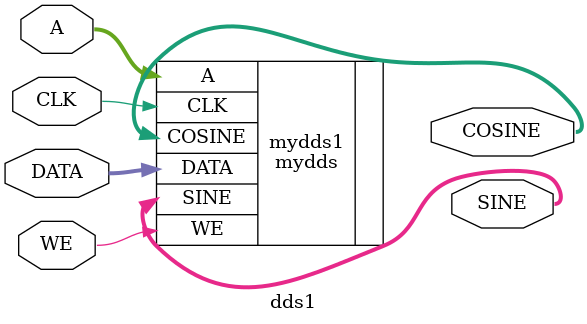
<source format=v>
`timescale 1ns / 1ps
module dds1(DATA, WE, A, CLK, SINE, COSINE);
	input [27 : 0] DATA;
	input WE;
	input [4 : 0] A;
	input CLK;
	output [9 : 0] SINE;
	output [9 : 0] COSINE;
	
	mydds mydds1(
   .DATA(DATA),
   .WE(WE),
   .A(A),
   .CLK(CLK),
   .SINE(SINE),
   .COSINE(COSINE)
   );

endmodule

</source>
